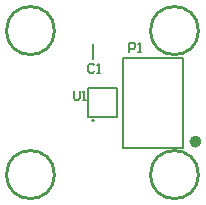
<source format=gto>
G04*
G04 #@! TF.GenerationSoftware,Altium Limited,Altium Designer,19.1.5 (86)*
G04*
G04 Layer_Color=65535*
%FSLAX25Y25*%
%MOIN*%
G70*
G01*
G75*
%ADD10C,0.01000*%
%ADD11C,0.01968*%
%ADD12C,0.00787*%
%ADD13C,0.00500*%
D10*
X18000Y10000D02*
G03*
X18000Y10000I-8000J0D01*
G01*
Y58000D02*
G03*
X18000Y58000I-8000J0D01*
G01*
X66000D02*
G03*
X66000Y58000I-8000J0D01*
G01*
Y10000D02*
G03*
X66000Y10000I-8000J0D01*
G01*
D11*
X66001Y20999D02*
G03*
X66001Y20999I-1001J0D01*
G01*
D12*
X31244Y28095D02*
G03*
X31244Y28095I-394J0D01*
G01*
X61000Y29833D02*
Y49000D01*
Y19000D02*
Y49000D01*
X41000Y19000D02*
Y49000D01*
Y19000D02*
X61000D01*
X41000Y49000D02*
X61000D01*
X31000Y48500D02*
Y53500D01*
D13*
X29276Y29197D02*
X38724D01*
X29276D02*
Y38803D01*
X38724D01*
Y29197D02*
Y38803D01*
X43000Y51000D02*
Y53999D01*
X44499D01*
X44999Y53499D01*
Y52500D01*
X44499Y52000D01*
X43000D01*
X45999Y51000D02*
X46999D01*
X46499D01*
Y53999D01*
X45999Y53499D01*
X31259Y46499D02*
X30759Y46999D01*
X29760D01*
X29260Y46499D01*
Y44500D01*
X29760Y44000D01*
X30759D01*
X31259Y44500D01*
X32259Y44000D02*
X33259D01*
X32759D01*
Y46999D01*
X32259Y46499D01*
X24500Y37999D02*
Y35500D01*
X25000Y35000D01*
X26000D01*
X26499Y35500D01*
Y37999D01*
X27499Y35000D02*
X28499D01*
X27999D01*
Y37999D01*
X27499Y37499D01*
M02*

</source>
